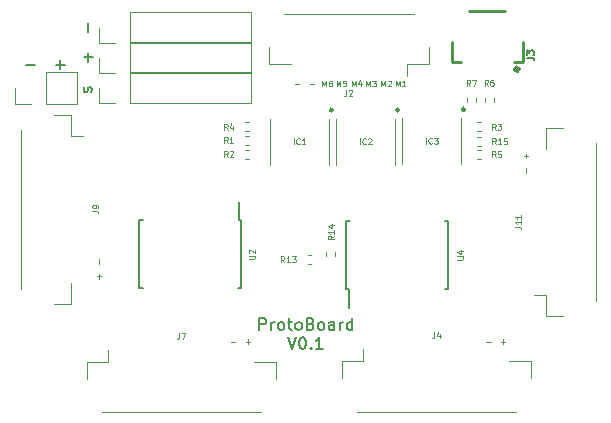
<source format=gbr>
%TF.GenerationSoftware,KiCad,Pcbnew,(6.0.0-0)*%
%TF.CreationDate,2022-04-22T00:51:05+02:00*%
%TF.ProjectId,ProtoBoard,50726f74-6f42-46f6-9172-642e6b696361,rev?*%
%TF.SameCoordinates,Original*%
%TF.FileFunction,Legend,Top*%
%TF.FilePolarity,Positive*%
%FSLAX46Y46*%
G04 Gerber Fmt 4.6, Leading zero omitted, Abs format (unit mm)*
G04 Created by KiCad (PCBNEW (6.0.0-0)) date 2022-04-22 00:51:05*
%MOMM*%
%LPD*%
G01*
G04 APERTURE LIST*
%ADD10C,0.200000*%
%ADD11C,0.100000*%
%ADD12C,0.150000*%
%ADD13C,0.127000*%
%ADD14C,0.120000*%
%ADD15C,0.250000*%
%ADD16C,0.254000*%
%ADD17C,0.398780*%
G04 APERTURE END LIST*
D10*
X61069047Y-64921428D02*
X61830952Y-64921428D01*
X61450000Y-65302380D02*
X61450000Y-64540476D01*
D11*
X100885714Y-72840476D02*
X100885714Y-72459523D01*
X101076190Y-72650000D02*
X100695238Y-72650000D01*
X98759523Y-88385714D02*
X99140476Y-88385714D01*
X98950000Y-88576190D02*
X98950000Y-88195238D01*
X81309523Y-66585714D02*
X81690476Y-66585714D01*
X87345238Y-66776190D02*
X87345238Y-66276190D01*
X87511904Y-66633333D01*
X87678571Y-66276190D01*
X87678571Y-66776190D01*
X87869047Y-66276190D02*
X88178571Y-66276190D01*
X88011904Y-66466666D01*
X88083333Y-66466666D01*
X88130952Y-66490476D01*
X88154761Y-66514285D01*
X88178571Y-66561904D01*
X88178571Y-66680952D01*
X88154761Y-66728571D01*
X88130952Y-66752380D01*
X88083333Y-66776190D01*
X87940476Y-66776190D01*
X87892857Y-66752380D01*
X87869047Y-66728571D01*
D10*
X63828571Y-63919047D02*
X63828571Y-64680952D01*
X63447619Y-64300000D02*
X64209523Y-64300000D01*
D11*
X97509523Y-88385714D02*
X97890476Y-88385714D01*
D10*
X63828571Y-61419047D02*
X63828571Y-62180952D01*
X63495238Y-66835714D02*
X63447619Y-66930952D01*
X63447619Y-67121428D01*
X63495238Y-67216666D01*
X63590476Y-67264285D01*
X63638095Y-67264285D01*
X63733333Y-67216666D01*
X63780952Y-67121428D01*
X63780952Y-66978571D01*
X63828571Y-66883333D01*
X63923809Y-66835714D01*
X63971428Y-66835714D01*
X64066666Y-66883333D01*
X64114285Y-66978571D01*
X64114285Y-67121428D01*
X64066666Y-67216666D01*
D11*
X77159523Y-88385714D02*
X77540476Y-88385714D01*
X77350000Y-88576190D02*
X77350000Y-88195238D01*
X83645238Y-66776190D02*
X83645238Y-66276190D01*
X83811904Y-66633333D01*
X83978571Y-66276190D01*
X83978571Y-66776190D01*
X84430952Y-66276190D02*
X84335714Y-66276190D01*
X84288095Y-66300000D01*
X84264285Y-66323809D01*
X84216666Y-66395238D01*
X84192857Y-66490476D01*
X84192857Y-66680952D01*
X84216666Y-66728571D01*
X84240476Y-66752380D01*
X84288095Y-66776190D01*
X84383333Y-66776190D01*
X84430952Y-66752380D01*
X84454761Y-66728571D01*
X84478571Y-66680952D01*
X84478571Y-66561904D01*
X84454761Y-66514285D01*
X84430952Y-66490476D01*
X84383333Y-66466666D01*
X84288095Y-66466666D01*
X84240476Y-66490476D01*
X84216666Y-66514285D01*
X84192857Y-66561904D01*
D12*
X78321428Y-87397380D02*
X78321428Y-86397380D01*
X78702380Y-86397380D01*
X78797619Y-86445000D01*
X78845238Y-86492619D01*
X78892857Y-86587857D01*
X78892857Y-86730714D01*
X78845238Y-86825952D01*
X78797619Y-86873571D01*
X78702380Y-86921190D01*
X78321428Y-86921190D01*
X79321428Y-87397380D02*
X79321428Y-86730714D01*
X79321428Y-86921190D02*
X79369047Y-86825952D01*
X79416666Y-86778333D01*
X79511904Y-86730714D01*
X79607142Y-86730714D01*
X80083333Y-87397380D02*
X79988095Y-87349761D01*
X79940476Y-87302142D01*
X79892857Y-87206904D01*
X79892857Y-86921190D01*
X79940476Y-86825952D01*
X79988095Y-86778333D01*
X80083333Y-86730714D01*
X80226190Y-86730714D01*
X80321428Y-86778333D01*
X80369047Y-86825952D01*
X80416666Y-86921190D01*
X80416666Y-87206904D01*
X80369047Y-87302142D01*
X80321428Y-87349761D01*
X80226190Y-87397380D01*
X80083333Y-87397380D01*
X80702380Y-86730714D02*
X81083333Y-86730714D01*
X80845238Y-86397380D02*
X80845238Y-87254523D01*
X80892857Y-87349761D01*
X80988095Y-87397380D01*
X81083333Y-87397380D01*
X81559523Y-87397380D02*
X81464285Y-87349761D01*
X81416666Y-87302142D01*
X81369047Y-87206904D01*
X81369047Y-86921190D01*
X81416666Y-86825952D01*
X81464285Y-86778333D01*
X81559523Y-86730714D01*
X81702380Y-86730714D01*
X81797619Y-86778333D01*
X81845238Y-86825952D01*
X81892857Y-86921190D01*
X81892857Y-87206904D01*
X81845238Y-87302142D01*
X81797619Y-87349761D01*
X81702380Y-87397380D01*
X81559523Y-87397380D01*
X82654761Y-86873571D02*
X82797619Y-86921190D01*
X82845238Y-86968809D01*
X82892857Y-87064047D01*
X82892857Y-87206904D01*
X82845238Y-87302142D01*
X82797619Y-87349761D01*
X82702380Y-87397380D01*
X82321428Y-87397380D01*
X82321428Y-86397380D01*
X82654761Y-86397380D01*
X82750000Y-86445000D01*
X82797619Y-86492619D01*
X82845238Y-86587857D01*
X82845238Y-86683095D01*
X82797619Y-86778333D01*
X82750000Y-86825952D01*
X82654761Y-86873571D01*
X82321428Y-86873571D01*
X83464285Y-87397380D02*
X83369047Y-87349761D01*
X83321428Y-87302142D01*
X83273809Y-87206904D01*
X83273809Y-86921190D01*
X83321428Y-86825952D01*
X83369047Y-86778333D01*
X83464285Y-86730714D01*
X83607142Y-86730714D01*
X83702380Y-86778333D01*
X83750000Y-86825952D01*
X83797619Y-86921190D01*
X83797619Y-87206904D01*
X83750000Y-87302142D01*
X83702380Y-87349761D01*
X83607142Y-87397380D01*
X83464285Y-87397380D01*
X84654761Y-87397380D02*
X84654761Y-86873571D01*
X84607142Y-86778333D01*
X84511904Y-86730714D01*
X84321428Y-86730714D01*
X84226190Y-86778333D01*
X84654761Y-87349761D02*
X84559523Y-87397380D01*
X84321428Y-87397380D01*
X84226190Y-87349761D01*
X84178571Y-87254523D01*
X84178571Y-87159285D01*
X84226190Y-87064047D01*
X84321428Y-87016428D01*
X84559523Y-87016428D01*
X84654761Y-86968809D01*
X85130952Y-87397380D02*
X85130952Y-86730714D01*
X85130952Y-86921190D02*
X85178571Y-86825952D01*
X85226190Y-86778333D01*
X85321428Y-86730714D01*
X85416666Y-86730714D01*
X86178571Y-87397380D02*
X86178571Y-86397380D01*
X86178571Y-87349761D02*
X86083333Y-87397380D01*
X85892857Y-87397380D01*
X85797619Y-87349761D01*
X85750000Y-87302142D01*
X85702380Y-87206904D01*
X85702380Y-86921190D01*
X85750000Y-86825952D01*
X85797619Y-86778333D01*
X85892857Y-86730714D01*
X86083333Y-86730714D01*
X86178571Y-86778333D01*
X80726190Y-88007380D02*
X81059523Y-89007380D01*
X81392857Y-88007380D01*
X81916666Y-88007380D02*
X82011904Y-88007380D01*
X82107142Y-88055000D01*
X82154761Y-88102619D01*
X82202380Y-88197857D01*
X82250000Y-88388333D01*
X82250000Y-88626428D01*
X82202380Y-88816904D01*
X82154761Y-88912142D01*
X82107142Y-88959761D01*
X82011904Y-89007380D01*
X81916666Y-89007380D01*
X81821428Y-88959761D01*
X81773809Y-88912142D01*
X81726190Y-88816904D01*
X81678571Y-88626428D01*
X81678571Y-88388333D01*
X81726190Y-88197857D01*
X81773809Y-88102619D01*
X81821428Y-88055000D01*
X81916666Y-88007380D01*
X82678571Y-88912142D02*
X82726190Y-88959761D01*
X82678571Y-89007380D01*
X82630952Y-88959761D01*
X82678571Y-88912142D01*
X82678571Y-89007380D01*
X83678571Y-89007380D02*
X83107142Y-89007380D01*
X83392857Y-89007380D02*
X83392857Y-88007380D01*
X83297619Y-88150238D01*
X83202380Y-88245476D01*
X83107142Y-88293095D01*
D10*
X58569047Y-64921428D02*
X59330952Y-64921428D01*
D11*
X64714285Y-82659523D02*
X64714285Y-83040476D01*
X64523809Y-82850000D02*
X64904761Y-82850000D01*
X75909523Y-88385714D02*
X76290476Y-88385714D01*
X89845238Y-66776190D02*
X89845238Y-66276190D01*
X90011904Y-66633333D01*
X90178571Y-66276190D01*
X90178571Y-66776190D01*
X90678571Y-66776190D02*
X90392857Y-66776190D01*
X90535714Y-66776190D02*
X90535714Y-66276190D01*
X90488095Y-66347619D01*
X90440476Y-66395238D01*
X90392857Y-66419047D01*
X64714285Y-81409523D02*
X64714285Y-81790476D01*
X100885714Y-74090476D02*
X100885714Y-73709523D01*
X84845238Y-66776190D02*
X84845238Y-66276190D01*
X85011904Y-66633333D01*
X85178571Y-66276190D01*
X85178571Y-66776190D01*
X85654761Y-66276190D02*
X85416666Y-66276190D01*
X85392857Y-66514285D01*
X85416666Y-66490476D01*
X85464285Y-66466666D01*
X85583333Y-66466666D01*
X85630952Y-66490476D01*
X85654761Y-66514285D01*
X85678571Y-66561904D01*
X85678571Y-66680952D01*
X85654761Y-66728571D01*
X85630952Y-66752380D01*
X85583333Y-66776190D01*
X85464285Y-66776190D01*
X85416666Y-66752380D01*
X85392857Y-66728571D01*
X86145238Y-66776190D02*
X86145238Y-66276190D01*
X86311904Y-66633333D01*
X86478571Y-66276190D01*
X86478571Y-66776190D01*
X86930952Y-66442857D02*
X86930952Y-66776190D01*
X86811904Y-66252380D02*
X86692857Y-66609523D01*
X87002380Y-66609523D01*
X82559523Y-66585714D02*
X82940476Y-66585714D01*
X88645238Y-66776190D02*
X88645238Y-66276190D01*
X88811904Y-66633333D01*
X88978571Y-66276190D01*
X88978571Y-66776190D01*
X89192857Y-66323809D02*
X89216666Y-66300000D01*
X89264285Y-66276190D01*
X89383333Y-66276190D01*
X89430952Y-66300000D01*
X89454761Y-66323809D01*
X89478571Y-66371428D01*
X89478571Y-66419047D01*
X89454761Y-66490476D01*
X89169047Y-66776190D01*
X89478571Y-66776190D01*
%TO.C,J7*%
X71533333Y-87626190D02*
X71533333Y-87983333D01*
X71509523Y-88054761D01*
X71461904Y-88102380D01*
X71390476Y-88126190D01*
X71342857Y-88126190D01*
X71723809Y-87626190D02*
X72057142Y-87626190D01*
X71842857Y-88126190D01*
%TO.C,IC3*%
X92411904Y-71626190D02*
X92411904Y-71126190D01*
X92935714Y-71578571D02*
X92911904Y-71602380D01*
X92840476Y-71626190D01*
X92792857Y-71626190D01*
X92721428Y-71602380D01*
X92673809Y-71554761D01*
X92650000Y-71507142D01*
X92626190Y-71411904D01*
X92626190Y-71340476D01*
X92650000Y-71245238D01*
X92673809Y-71197619D01*
X92721428Y-71150000D01*
X92792857Y-71126190D01*
X92840476Y-71126190D01*
X92911904Y-71150000D01*
X92935714Y-71173809D01*
X93102380Y-71126190D02*
X93411904Y-71126190D01*
X93245238Y-71316666D01*
X93316666Y-71316666D01*
X93364285Y-71340476D01*
X93388095Y-71364285D01*
X93411904Y-71411904D01*
X93411904Y-71530952D01*
X93388095Y-71578571D01*
X93364285Y-71602380D01*
X93316666Y-71626190D01*
X93173809Y-71626190D01*
X93126190Y-71602380D01*
X93102380Y-71578571D01*
%TO.C,R5*%
X98316666Y-72776190D02*
X98150000Y-72538095D01*
X98030952Y-72776190D02*
X98030952Y-72276190D01*
X98221428Y-72276190D01*
X98269047Y-72300000D01*
X98292857Y-72323809D01*
X98316666Y-72371428D01*
X98316666Y-72442857D01*
X98292857Y-72490476D01*
X98269047Y-72514285D01*
X98221428Y-72538095D01*
X98030952Y-72538095D01*
X98769047Y-72276190D02*
X98530952Y-72276190D01*
X98507142Y-72514285D01*
X98530952Y-72490476D01*
X98578571Y-72466666D01*
X98697619Y-72466666D01*
X98745238Y-72490476D01*
X98769047Y-72514285D01*
X98792857Y-72561904D01*
X98792857Y-72680952D01*
X98769047Y-72728571D01*
X98745238Y-72752380D01*
X98697619Y-72776190D01*
X98578571Y-72776190D01*
X98530952Y-72752380D01*
X98507142Y-72728571D01*
%TO.C,J9*%
X64176190Y-77316666D02*
X64533333Y-77316666D01*
X64604761Y-77340476D01*
X64652380Y-77388095D01*
X64676190Y-77459523D01*
X64676190Y-77507142D01*
X64676190Y-77054761D02*
X64676190Y-76959523D01*
X64652380Y-76911904D01*
X64628571Y-76888095D01*
X64557142Y-76840476D01*
X64461904Y-76816666D01*
X64271428Y-76816666D01*
X64223809Y-76840476D01*
X64200000Y-76864285D01*
X64176190Y-76911904D01*
X64176190Y-77007142D01*
X64200000Y-77054761D01*
X64223809Y-77078571D01*
X64271428Y-77102380D01*
X64390476Y-77102380D01*
X64438095Y-77078571D01*
X64461904Y-77054761D01*
X64485714Y-77007142D01*
X64485714Y-76911904D01*
X64461904Y-76864285D01*
X64438095Y-76840476D01*
X64390476Y-76816666D01*
%TO.C,IC2*%
X86811904Y-71676190D02*
X86811904Y-71176190D01*
X87335714Y-71628571D02*
X87311904Y-71652380D01*
X87240476Y-71676190D01*
X87192857Y-71676190D01*
X87121428Y-71652380D01*
X87073809Y-71604761D01*
X87050000Y-71557142D01*
X87026190Y-71461904D01*
X87026190Y-71390476D01*
X87050000Y-71295238D01*
X87073809Y-71247619D01*
X87121428Y-71200000D01*
X87192857Y-71176190D01*
X87240476Y-71176190D01*
X87311904Y-71200000D01*
X87335714Y-71223809D01*
X87526190Y-71223809D02*
X87550000Y-71200000D01*
X87597619Y-71176190D01*
X87716666Y-71176190D01*
X87764285Y-71200000D01*
X87788095Y-71223809D01*
X87811904Y-71271428D01*
X87811904Y-71319047D01*
X87788095Y-71390476D01*
X87502380Y-71676190D01*
X87811904Y-71676190D01*
%TO.C,R15*%
X98328571Y-71676190D02*
X98161904Y-71438095D01*
X98042857Y-71676190D02*
X98042857Y-71176190D01*
X98233333Y-71176190D01*
X98280952Y-71200000D01*
X98304761Y-71223809D01*
X98328571Y-71271428D01*
X98328571Y-71342857D01*
X98304761Y-71390476D01*
X98280952Y-71414285D01*
X98233333Y-71438095D01*
X98042857Y-71438095D01*
X98804761Y-71676190D02*
X98519047Y-71676190D01*
X98661904Y-71676190D02*
X98661904Y-71176190D01*
X98614285Y-71247619D01*
X98566666Y-71295238D01*
X98519047Y-71319047D01*
X99257142Y-71176190D02*
X99019047Y-71176190D01*
X98995238Y-71414285D01*
X99019047Y-71390476D01*
X99066666Y-71366666D01*
X99185714Y-71366666D01*
X99233333Y-71390476D01*
X99257142Y-71414285D01*
X99280952Y-71461904D01*
X99280952Y-71580952D01*
X99257142Y-71628571D01*
X99233333Y-71652380D01*
X99185714Y-71676190D01*
X99066666Y-71676190D01*
X99019047Y-71652380D01*
X98995238Y-71628571D01*
%TO.C,R4*%
X75616666Y-70426190D02*
X75450000Y-70188095D01*
X75330952Y-70426190D02*
X75330952Y-69926190D01*
X75521428Y-69926190D01*
X75569047Y-69950000D01*
X75592857Y-69973809D01*
X75616666Y-70021428D01*
X75616666Y-70092857D01*
X75592857Y-70140476D01*
X75569047Y-70164285D01*
X75521428Y-70188095D01*
X75330952Y-70188095D01*
X76045238Y-70092857D02*
X76045238Y-70426190D01*
X75926190Y-69902380D02*
X75807142Y-70259523D01*
X76116666Y-70259523D01*
%TO.C,J4*%
X93133333Y-87576190D02*
X93133333Y-87933333D01*
X93109523Y-88004761D01*
X93061904Y-88052380D01*
X92990476Y-88076190D01*
X92942857Y-88076190D01*
X93585714Y-87742857D02*
X93585714Y-88076190D01*
X93466666Y-87552380D02*
X93347619Y-87909523D01*
X93657142Y-87909523D01*
%TO.C,R6*%
X97666666Y-66726190D02*
X97500000Y-66488095D01*
X97380952Y-66726190D02*
X97380952Y-66226190D01*
X97571428Y-66226190D01*
X97619047Y-66250000D01*
X97642857Y-66273809D01*
X97666666Y-66321428D01*
X97666666Y-66392857D01*
X97642857Y-66440476D01*
X97619047Y-66464285D01*
X97571428Y-66488095D01*
X97380952Y-66488095D01*
X98095238Y-66226190D02*
X98000000Y-66226190D01*
X97952380Y-66250000D01*
X97928571Y-66273809D01*
X97880952Y-66345238D01*
X97857142Y-66440476D01*
X97857142Y-66630952D01*
X97880952Y-66678571D01*
X97904761Y-66702380D01*
X97952380Y-66726190D01*
X98047619Y-66726190D01*
X98095238Y-66702380D01*
X98119047Y-66678571D01*
X98142857Y-66630952D01*
X98142857Y-66511904D01*
X98119047Y-66464285D01*
X98095238Y-66440476D01*
X98047619Y-66416666D01*
X97952380Y-66416666D01*
X97904761Y-66440476D01*
X97880952Y-66464285D01*
X97857142Y-66511904D01*
%TO.C,U4*%
X95076190Y-81430952D02*
X95480952Y-81430952D01*
X95528571Y-81407142D01*
X95552380Y-81383333D01*
X95576190Y-81335714D01*
X95576190Y-81240476D01*
X95552380Y-81192857D01*
X95528571Y-81169047D01*
X95480952Y-81145238D01*
X95076190Y-81145238D01*
X95242857Y-80692857D02*
X95576190Y-80692857D01*
X95052380Y-80811904D02*
X95409523Y-80930952D01*
X95409523Y-80621428D01*
%TO.C,R3*%
X98316666Y-70426190D02*
X98150000Y-70188095D01*
X98030952Y-70426190D02*
X98030952Y-69926190D01*
X98221428Y-69926190D01*
X98269047Y-69950000D01*
X98292857Y-69973809D01*
X98316666Y-70021428D01*
X98316666Y-70092857D01*
X98292857Y-70140476D01*
X98269047Y-70164285D01*
X98221428Y-70188095D01*
X98030952Y-70188095D01*
X98483333Y-69926190D02*
X98792857Y-69926190D01*
X98626190Y-70116666D01*
X98697619Y-70116666D01*
X98745238Y-70140476D01*
X98769047Y-70164285D01*
X98792857Y-70211904D01*
X98792857Y-70330952D01*
X98769047Y-70378571D01*
X98745238Y-70402380D01*
X98697619Y-70426190D01*
X98554761Y-70426190D01*
X98507142Y-70402380D01*
X98483333Y-70378571D01*
%TO.C,R2*%
X75616666Y-72726190D02*
X75450000Y-72488095D01*
X75330952Y-72726190D02*
X75330952Y-72226190D01*
X75521428Y-72226190D01*
X75569047Y-72250000D01*
X75592857Y-72273809D01*
X75616666Y-72321428D01*
X75616666Y-72392857D01*
X75592857Y-72440476D01*
X75569047Y-72464285D01*
X75521428Y-72488095D01*
X75330952Y-72488095D01*
X75807142Y-72273809D02*
X75830952Y-72250000D01*
X75878571Y-72226190D01*
X75997619Y-72226190D01*
X76045238Y-72250000D01*
X76069047Y-72273809D01*
X76092857Y-72321428D01*
X76092857Y-72369047D01*
X76069047Y-72440476D01*
X75783333Y-72726190D01*
X76092857Y-72726190D01*
%TO.C,R7*%
X96166666Y-66726190D02*
X96000000Y-66488095D01*
X95880952Y-66726190D02*
X95880952Y-66226190D01*
X96071428Y-66226190D01*
X96119047Y-66250000D01*
X96142857Y-66273809D01*
X96166666Y-66321428D01*
X96166666Y-66392857D01*
X96142857Y-66440476D01*
X96119047Y-66464285D01*
X96071428Y-66488095D01*
X95880952Y-66488095D01*
X96333333Y-66226190D02*
X96666666Y-66226190D01*
X96452380Y-66726190D01*
%TO.C,J2*%
X85683333Y-67076190D02*
X85683333Y-67433333D01*
X85659523Y-67504761D01*
X85611904Y-67552380D01*
X85540476Y-67576190D01*
X85492857Y-67576190D01*
X85897619Y-67123809D02*
X85921428Y-67100000D01*
X85969047Y-67076190D01*
X86088095Y-67076190D01*
X86135714Y-67100000D01*
X86159523Y-67123809D01*
X86183333Y-67171428D01*
X86183333Y-67219047D01*
X86159523Y-67290476D01*
X85873809Y-67576190D01*
X86183333Y-67576190D01*
%TO.C,J11*%
X99976190Y-78654761D02*
X100333333Y-78654761D01*
X100404761Y-78678571D01*
X100452380Y-78726190D01*
X100476190Y-78797619D01*
X100476190Y-78845238D01*
X100476190Y-78154761D02*
X100476190Y-78440476D01*
X100476190Y-78297619D02*
X99976190Y-78297619D01*
X100047619Y-78345238D01*
X100095238Y-78392857D01*
X100119047Y-78440476D01*
X100476190Y-77678571D02*
X100476190Y-77964285D01*
X100476190Y-77821428D02*
X99976190Y-77821428D01*
X100047619Y-77869047D01*
X100095238Y-77916666D01*
X100119047Y-77964285D01*
%TO.C,R14*%
X84626190Y-79421428D02*
X84388095Y-79588095D01*
X84626190Y-79707142D02*
X84126190Y-79707142D01*
X84126190Y-79516666D01*
X84150000Y-79469047D01*
X84173809Y-79445238D01*
X84221428Y-79421428D01*
X84292857Y-79421428D01*
X84340476Y-79445238D01*
X84364285Y-79469047D01*
X84388095Y-79516666D01*
X84388095Y-79707142D01*
X84626190Y-78945238D02*
X84626190Y-79230952D01*
X84626190Y-79088095D02*
X84126190Y-79088095D01*
X84197619Y-79135714D01*
X84245238Y-79183333D01*
X84269047Y-79230952D01*
X84292857Y-78516666D02*
X84626190Y-78516666D01*
X84102380Y-78635714D02*
X84459523Y-78754761D01*
X84459523Y-78445238D01*
%TO.C,IC1*%
X81211904Y-71676190D02*
X81211904Y-71176190D01*
X81735714Y-71628571D02*
X81711904Y-71652380D01*
X81640476Y-71676190D01*
X81592857Y-71676190D01*
X81521428Y-71652380D01*
X81473809Y-71604761D01*
X81450000Y-71557142D01*
X81426190Y-71461904D01*
X81426190Y-71390476D01*
X81450000Y-71295238D01*
X81473809Y-71247619D01*
X81521428Y-71200000D01*
X81592857Y-71176190D01*
X81640476Y-71176190D01*
X81711904Y-71200000D01*
X81735714Y-71223809D01*
X82211904Y-71676190D02*
X81926190Y-71676190D01*
X82069047Y-71676190D02*
X82069047Y-71176190D01*
X82021428Y-71247619D01*
X81973809Y-71295238D01*
X81926190Y-71319047D01*
%TO.C,R1*%
X75616666Y-71576190D02*
X75450000Y-71338095D01*
X75330952Y-71576190D02*
X75330952Y-71076190D01*
X75521428Y-71076190D01*
X75569047Y-71100000D01*
X75592857Y-71123809D01*
X75616666Y-71171428D01*
X75616666Y-71242857D01*
X75592857Y-71290476D01*
X75569047Y-71314285D01*
X75521428Y-71338095D01*
X75330952Y-71338095D01*
X76092857Y-71576190D02*
X75807142Y-71576190D01*
X75950000Y-71576190D02*
X75950000Y-71076190D01*
X75902380Y-71147619D01*
X75854761Y-71195238D01*
X75807142Y-71219047D01*
%TO.C,U2*%
X77426190Y-81380952D02*
X77830952Y-81380952D01*
X77878571Y-81357142D01*
X77902380Y-81333333D01*
X77926190Y-81285714D01*
X77926190Y-81190476D01*
X77902380Y-81142857D01*
X77878571Y-81119047D01*
X77830952Y-81095238D01*
X77426190Y-81095238D01*
X77473809Y-80880952D02*
X77450000Y-80857142D01*
X77426190Y-80809523D01*
X77426190Y-80690476D01*
X77450000Y-80642857D01*
X77473809Y-80619047D01*
X77521428Y-80595238D01*
X77569047Y-80595238D01*
X77640476Y-80619047D01*
X77926190Y-80904761D01*
X77926190Y-80595238D01*
%TO.C,R13*%
X80428571Y-81676190D02*
X80261904Y-81438095D01*
X80142857Y-81676190D02*
X80142857Y-81176190D01*
X80333333Y-81176190D01*
X80380952Y-81200000D01*
X80404761Y-81223809D01*
X80428571Y-81271428D01*
X80428571Y-81342857D01*
X80404761Y-81390476D01*
X80380952Y-81414285D01*
X80333333Y-81438095D01*
X80142857Y-81438095D01*
X80904761Y-81676190D02*
X80619047Y-81676190D01*
X80761904Y-81676190D02*
X80761904Y-81176190D01*
X80714285Y-81247619D01*
X80666666Y-81295238D01*
X80619047Y-81319047D01*
X81071428Y-81176190D02*
X81380952Y-81176190D01*
X81214285Y-81366666D01*
X81285714Y-81366666D01*
X81333333Y-81390476D01*
X81357142Y-81414285D01*
X81380952Y-81461904D01*
X81380952Y-81580952D01*
X81357142Y-81628571D01*
X81333333Y-81652380D01*
X81285714Y-81676190D01*
X81142857Y-81676190D01*
X81095238Y-81652380D01*
X81071428Y-81628571D01*
D13*
%TO.C,J3*%
X100949171Y-64340500D02*
X101384600Y-64340500D01*
X101471685Y-64369528D01*
X101529742Y-64427585D01*
X101558771Y-64514671D01*
X101558771Y-64572728D01*
X100949171Y-64108271D02*
X100949171Y-63730900D01*
X101181400Y-63934100D01*
X101181400Y-63847014D01*
X101210428Y-63788957D01*
X101239457Y-63759928D01*
X101297514Y-63730900D01*
X101442657Y-63730900D01*
X101500714Y-63759928D01*
X101529742Y-63788957D01*
X101558771Y-63847014D01*
X101558771Y-64021185D01*
X101529742Y-64079242D01*
X101500714Y-64108271D01*
D14*
%TO.C,J7*%
X64985000Y-94360000D02*
X78415000Y-94360000D01*
X79685000Y-90090000D02*
X77885000Y-90090000D01*
X63715000Y-90090000D02*
X65515000Y-90090000D01*
X63715000Y-91540000D02*
X63715000Y-90090000D01*
X79685000Y-91540000D02*
X79685000Y-90090000D01*
X65515000Y-90090000D02*
X65515000Y-89100000D01*
%TO.C,J8*%
X64745000Y-68210000D02*
X64745000Y-66880000D01*
X67345000Y-65550000D02*
X77565000Y-65550000D01*
X66075000Y-68210000D02*
X64745000Y-68210000D01*
X67345000Y-68210000D02*
X77565000Y-68210000D01*
X77565000Y-68210000D02*
X77565000Y-65550000D01*
X67345000Y-68210000D02*
X67345000Y-65550000D01*
%TO.C,IC3*%
X90386400Y-69450000D02*
X90386400Y-73350000D01*
X95413600Y-69450000D02*
X95413600Y-73350000D01*
D15*
X95728600Y-68717700D02*
G75*
G03*
X95728600Y-68717700I-125000J0D01*
G01*
D14*
%TO.C,R5*%
X96746359Y-72170000D02*
X97053641Y-72170000D01*
X96746359Y-72930000D02*
X97053641Y-72930000D01*
%TO.C,J9*%
X60910000Y-85185000D02*
X62360000Y-85185000D01*
X58090000Y-70485000D02*
X58090000Y-83915000D01*
X60910000Y-69215000D02*
X62360000Y-69215000D01*
X62360000Y-85185000D02*
X62360000Y-83385000D01*
X62360000Y-71015000D02*
X63350000Y-71015000D01*
X62360000Y-69215000D02*
X62360000Y-71015000D01*
%TO.C,IC2*%
X84786400Y-69500000D02*
X84786400Y-73400000D01*
X89813600Y-69500000D02*
X89813600Y-73400000D01*
D15*
X90128600Y-68767700D02*
G75*
G03*
X90128600Y-68767700I-125000J0D01*
G01*
D14*
%TO.C,R15*%
X96746359Y-71780000D02*
X97053641Y-71780000D01*
X96746359Y-71020000D02*
X97053641Y-71020000D01*
%TO.C,R4*%
X77403641Y-69820000D02*
X77096359Y-69820000D01*
X77403641Y-70580000D02*
X77096359Y-70580000D01*
%TO.C,J4*%
X86585000Y-94310000D02*
X100015000Y-94310000D01*
X87115000Y-90040000D02*
X87115000Y-89050000D01*
X85315000Y-90040000D02*
X87115000Y-90040000D01*
X85315000Y-91490000D02*
X85315000Y-90040000D01*
X101285000Y-90040000D02*
X99485000Y-90040000D01*
X101285000Y-91490000D02*
X101285000Y-90040000D01*
%TO.C,R6*%
X97420000Y-67756359D02*
X97420000Y-68063641D01*
X98180000Y-67756359D02*
X98180000Y-68063641D01*
%TO.C,J1*%
X62845000Y-68230000D02*
X62845000Y-65570000D01*
X60245000Y-68230000D02*
X60245000Y-65570000D01*
X60245000Y-68230000D02*
X62845000Y-68230000D01*
X57645000Y-68230000D02*
X57645000Y-66900000D01*
X60245000Y-65570000D02*
X62845000Y-65570000D01*
X58975000Y-68230000D02*
X57645000Y-68230000D01*
D12*
%TO.C,U4*%
X94325000Y-83925000D02*
X94325000Y-78175000D01*
X94325000Y-78175000D02*
X94025000Y-78175000D01*
X85675000Y-83925000D02*
X85675000Y-78175000D01*
X85675000Y-78175000D02*
X85975000Y-78175000D01*
X85900000Y-83925000D02*
X85900000Y-85525000D01*
X85675000Y-83925000D02*
X85900000Y-83925000D01*
X94325000Y-83925000D02*
X94025000Y-83925000D01*
D14*
%TO.C,R3*%
X96746359Y-69820000D02*
X97053641Y-69820000D01*
X96746359Y-70580000D02*
X97053641Y-70580000D01*
%TO.C,J6*%
X67345000Y-63010000D02*
X77565000Y-63010000D01*
X64745000Y-65670000D02*
X64745000Y-64340000D01*
X67345000Y-65670000D02*
X77565000Y-65670000D01*
X67345000Y-65670000D02*
X67345000Y-63010000D01*
X66075000Y-65670000D02*
X64745000Y-65670000D01*
X77565000Y-65670000D02*
X77565000Y-63010000D01*
%TO.C,J5*%
X64745000Y-63130000D02*
X64745000Y-61800000D01*
X67345000Y-63130000D02*
X77565000Y-63130000D01*
X77565000Y-63130000D02*
X77565000Y-60470000D01*
X66075000Y-63130000D02*
X64745000Y-63130000D01*
X67345000Y-63130000D02*
X67345000Y-60470000D01*
X67345000Y-60470000D02*
X77565000Y-60470000D01*
%TO.C,R2*%
X77403641Y-72880000D02*
X77096359Y-72880000D01*
X77403641Y-72120000D02*
X77096359Y-72120000D01*
%TO.C,R7*%
X95870000Y-67746359D02*
X95870000Y-68053641D01*
X96630000Y-67746359D02*
X96630000Y-68053641D01*
%TO.C,J2*%
X92635000Y-63460000D02*
X92635000Y-64910000D01*
X90835000Y-64910000D02*
X90835000Y-65900000D01*
X92635000Y-64910000D02*
X90835000Y-64910000D01*
X91365000Y-60640000D02*
X80435000Y-60640000D01*
X79165000Y-64910000D02*
X80965000Y-64910000D01*
X79165000Y-63460000D02*
X79165000Y-64910000D01*
%TO.C,J11*%
X102540000Y-70265000D02*
X102540000Y-72065000D01*
X102540000Y-84435000D02*
X101550000Y-84435000D01*
X103990000Y-86235000D02*
X102540000Y-86235000D01*
X106810000Y-84965000D02*
X106810000Y-71535000D01*
X102540000Y-86235000D02*
X102540000Y-84435000D01*
X103990000Y-70265000D02*
X102540000Y-70265000D01*
%TO.C,R14*%
X84730000Y-81103641D02*
X84730000Y-80796359D01*
X83970000Y-81103641D02*
X83970000Y-80796359D01*
%TO.C,IC1*%
X79176400Y-69500000D02*
X79176400Y-73400000D01*
X84203600Y-69500000D02*
X84203600Y-73400000D01*
D15*
X84518600Y-68767700D02*
G75*
G03*
X84518600Y-68767700I-125000J0D01*
G01*
D14*
%TO.C,R1*%
X77403641Y-71730000D02*
X77096359Y-71730000D01*
X77403641Y-70970000D02*
X77096359Y-70970000D01*
D12*
%TO.C,U2*%
X76775000Y-78125000D02*
X76775000Y-83875000D01*
X68125000Y-83875000D02*
X68425000Y-83875000D01*
X68125000Y-78125000D02*
X68425000Y-78125000D01*
X68125000Y-78125000D02*
X68125000Y-83875000D01*
X76775000Y-83875000D02*
X76475000Y-83875000D01*
X76775000Y-78125000D02*
X76550000Y-78125000D01*
X76550000Y-78125000D02*
X76550000Y-76525000D01*
D14*
%TO.C,R13*%
X82703641Y-81830000D02*
X82396359Y-81830000D01*
X82703641Y-81070000D02*
X82396359Y-81070000D01*
D16*
%TO.C,J3*%
X100599740Y-63027320D02*
X100599740Y-64678320D01*
X94600260Y-64678320D02*
X94600260Y-63027320D01*
X100599740Y-64678320D02*
X99847900Y-64678320D01*
X95352100Y-64678320D02*
X94600260Y-64678320D01*
X99098600Y-60426360D02*
X96101400Y-60426360D01*
D17*
X100239060Y-65326020D02*
G75*
G03*
X100239060Y-65326020I-139700J0D01*
G01*
%TD*%
M02*

</source>
